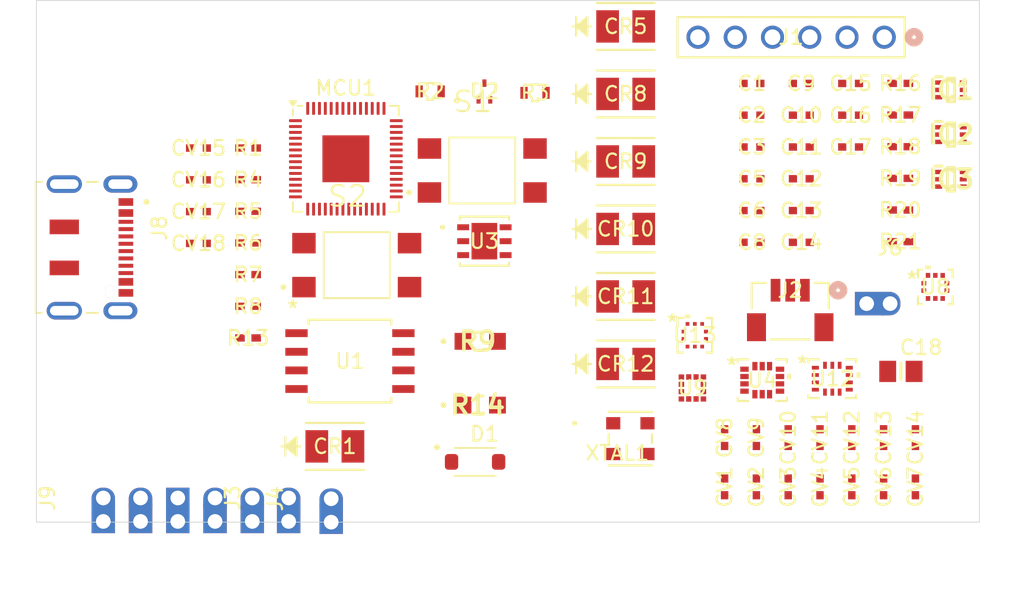
<source format=kicad_pcb>
(kicad_pcb (version 20240108) (generator "pcbnew") (generator_version "8.0")
  (layers (0 "F.Cu" signal) (1 "In1.Cu" signal) (2 "In2.Cu" signal) (31 "B.Cu" signal) (34 "B.Paste" user) (35 "F.Paste" user) (36 "B.SilkS" user "B.Silkscreen") (37 "F.SilkS" user "F.Silkscreen") (38 "B.Mask" user) (39 "F.Mask" user) (44 "Edge.Cuts" user))
  (net 0 "")
  (net 1 "/LED Driver")
  (net 2 "/RP2040 Standard/GP7{slash}UART1 RTS")
  (net 3 "/RP2040 Standard/GP5{slash}UART1 RX")
  (net 4 "/RP2040 Standard/GP4{slash}UART1 TX")
  (net 5 "/SPI0_SCK")
  (net 6 "/IMU1 RDY1")
  (net 7 "/RP2040 Standard/MCU QSPI_SD2")
  (net 8 "/RP2040 Standard/GP23{slash}PWM3 B{slash}CLKOUT 1")
  (net 9 "/SPI0_MISO")
  (net 10 "/SPI0_MOSI")
  (net 11 "/Comms UART RX")
  (net 12 "+3.3V")
  (net 13 "CRYSTAL")
  (net 14 "/IMU2 RDY")
  (net 15 "/Comms UART TX")
  (net 16 "GND")
  (net 17 "/BAR1 SPI0_~{CS}")
  (net 18 "/Comms UART CTS")
  (net 19 "/BAR1_RDY")
  (net 20 "Net-(MCU1-SWCLK)")
  (net 21 "/RP2040 Standard/MCU QSPI_SD0")
  (net 22 "/SPI1_SCK")
  (net 23 "/RP2040 Standard/GP20{slash}PWM2 A{slash}CLKIN 0")
  (net 24 "/SPI1_MOSI")
  (net 25 "/RP2040 Standard/MCU QSPI_SS")
  (net 26 "/RP2040 Standard/MCU QSPI_SD1")
  (net 27 "Net-(MCU1-VREG_VOUT)")
  (net 29 "/RP2040 Standard/MCU QSPI_SCLK")
  (net 30 "/VIN")
  (net 31 "/IMU1 SPI0_~{CS}")
  (net 32 "/RP2040 Standard/GP22{slash}PWM3 A{slash}CLKIN 1")
  (net 33 "/MAG SPI1_~{CS}")
  (net 34 "/IMU2 SPI1_~{CS}")
  (net 35 "/RP2040 Standard/MCU QSPI_SD3")
  (net 36 "Net-(MCU1-RUN)")
  (net 37 "Net-(MCU1-GPIO25)")
  (net 38 "/BAR2 RDY")
  (net 39 "/IMU1 RDY2")
  (net 40 "/BAR2 SPI1_~{CS}")
  (net 41 "Net-(MCU1-USB_DM)")
  (net 42 "Net-(MCU1-USB_DP)")
  (net 43 "/RP2040 Standard/GP28_ADC2")
  (net 44 "/SPI1_MISO")
  (net 45 "/RP2040 Standard/GP27_ADC1")
  (net 46 "/Comms UART RTS")
  (net 47 "Net-(MCU1-SWD)")
  (net 48 "/+5V")
  (net 49 "Net-(CR5-Pad1)")
  (net 50 "Net-(CR8-Pad1)")
  (net 51 "Net-(CR9-Pad1)")
  (net 52 "Net-(CR10-Pad1)")
  (net 53 "Net-(CR11-Pad1)")
  (net 54 "Net-(CR12-Pad1)")
  (net 55 "Net-(IC1-E1)")
  (net 56 "Net-(IC1-E2)")
  (net 57 "Net-(IC2-E2)")
  (net 58 "Net-(IC2-E1)")
  (net 59 "Net-(IC3-E2)")
  (net 60 "Net-(IC3-E1)")
  (net 61 "Net-(J2-Pad1)")
  (net 62 "Net-(J2-Pad3)")
  (net 66 "/RP2040 Standard/USB_DM")
  (net 67 "/RP2040 Standard/USB_DP")
  (net 69 "Net-(U9-C1)")
  (net 76 "Net-(XTAL1-TRI-STATE(STBY))")
  (net 77 "Net-(CR1-Pad2)")
  (net 78 "Net-(D1-PadA)")
  (net 80 "Net-(J8-CC1)")
  (net 82 "Net-(J8-CC2)")
  (net 89 "/RP2040 Standard/~{RST}")
  (net 90 "/RP2040 Standard/~{USB_BOOT}")
  (footprint "E-Switch_7mm:SW_TL3305CF160QG" (layer "F.Cu") (at 113.2 46.4)
    (property "Reference" "S1" (at -0.635 -4.699 0) (layer "F.SilkS") (effects (font (size 1.4 1.4))))
    (property "Value" "TL3305CF160QG")
    (pad "1" smd rect (at -3.6 1.5) (size 1.6 1.4) (layers "F.Cu" "F.Paste" "F.Mask"))
    (pad "2" smd rect (at 3.6 1.5) (size 1.6 1.4) (layers "F.Cu" "F.Paste" "F.Mask") (net 16 "GND"))
    (pad "3" smd rect (at -3.6 -1.5) (size 1.6 1.4) (layers "F.Cu" "F.Paste" "F.Mask"))
    (pad "4" smd rect (at 3.6 -1.5) (size 1.6 1.4) (layers "F.Cu" "F.Paste" "F.Mask") (net 89 "/RP2040 Standard/~{RST}"))
  )
  (footprint "Capacitor-0402:Capacitor_0402" (layer "F.Cu") (at 134.9553 51.3012)
    (property "Reference" "C14" (at 0 0 0) (layer "F.SilkS"))
    (property "Value" "100nF")
    (pad "1" smd rect (at -0.5715 0) (size 0.5588 0.508) (layers "F.Cu" "F.Paste" "F.Mask") (net 16 "GND"))
    (pad "2" smd rect (at 0.5715 0) (size 0.5588 0.508) (layers "F.Cu" "F.Paste" "F.Mask") (net 12 "+3.3V"))
  )
  (footprint "LED-Green_VLMC3100-GS08:LED_PLCC_VSMB" (layer "F.Cu") (at 122.9804 41.1752)
    (property "Reference" "CR8" (at 0 0 0) (layer "F.SilkS"))
    (property "Value" "VLMC3100-GS08")
    (pad "1" smd rect (at -1.2319 0 90) (size 2.2098 1.5494) (layers "F.Cu" "F.Paste" "F.Mask") (net 50 "Net-(CR8-Pad1)"))
    (pad "2" smd rect (at 1.2319 0 90) (size 2.2098 1.5494) (layers "F.Cu" "F.Paste" "F.Mask") (net 48 "/+5V"))
  )
  (footprint "Capacitor-0402:Capacitor_0402" (layer "F.Cu") (at 131.5931 49.1328)
    (property "Reference" "C6" (at 0 0 0) (layer "F.SilkS"))
    (property "Value" "100nF")
    (pad "1" smd rect (at -0.5715 0) (size 0.5588 0.508) (layers "F.Cu" "F.Paste" "F.Mask") (net 12 "+3.3V"))
    (pad "2" smd rect (at 0.5715 0) (size 0.5588 0.508) (layers "F.Cu" "F.Paste" "F.Mask") (net 16 "GND"))
  )
  (footprint "CONN Male Header:CONN_SD-42375-001_M320_06_MOL" (layer "F.Cu") (at 140.6122 37.305)
    (property "Reference" "J1" (at -6.35 0 0) (layer "F.SilkS"))
    (property "Value" "22285061")
    (pad "1" thru_hole circle (at 0 0) (size 1.5748 1.5748) (drill 1.0668) (layers "*.Cu" "*.Mask") (net 30 "/VIN"))
    (pad "2" thru_hole circle (at -2.54 0) (size 1.5748 1.5748) (drill 1.0668) (layers "*.Cu" "*.Mask") (net 15 "/Comms UART TX"))
    (pad "3" thru_hole circle (at -5.08 0) (size 1.5748 1.5748) (drill 1.0668) (layers "*.Cu" "*.Mask") (net 11 "/Comms UART RX"))
    (pad "4" thru_hole circle (at -7.62 0) (size 1.5748 1.5748) (drill 1.0668) (layers "*.Cu" "*.Mask") (net 18 "/Comms UART CTS"))
    (pad "5" thru_hole circle (at -10.16 0) (size 1.5748 1.5748) (drill 1.0668) (layers "*.Cu" "*.Mask") (net 46 "/Comms UART RTS"))
    (pad "6" thru_hole circle (at -12.7 0) (size 1.5748 1.5748) (drill 1.0668) (layers "*.Cu" "*.Mask") (net 16 "GND"))
  )
  (footprint "IMU ASM330LHHTR:LGA-14L_2P5X3X0P83_STM" (layer "F.Cu") (at 132.2916 60.7106)
    (property "Reference" "U4" (at 0 0 0) (layer "F.SilkS"))
    (property "Value" "ASM330LHHTR")
    (fp_text user "*" (at -2.0828 -1 0) (layer "F.SilkS"))
    (fp_text user "*" (at -2.0828 -1 0) (layer "F.SilkS"))
    (pad "1" smd rect (at -1.2103 -0.750001 90) (size 0.351536 0.57658) (layers "F.Cu" "F.Paste" "F.Mask") (net 44 "/SPI1_MISO"))
    (pad "2" smd rect (at -1.2103 -0.25 90) (size 0.351536 0.57658) (layers "F.Cu" "F.Paste" "F.Mask") (net 12 "+3.3V"))
    (pad "3" smd rect (at -1.2103 0.25 90) (size 0.351536 0.57658) (layers "F.Cu" "F.Paste" "F.Mask") (net 12 "+3.3V"))
    (pad "4" smd rect (at -1.2103 0.750001 90) (size 0.351536 0.57658) (layers "F.Cu" "F.Paste" "F.Mask"))
    (pad "5" smd rect (at -0.499999 0.9563) (size 0.351536 0.57658) (layers "F.Cu" "F.Paste" "F.Mask") (net 12 "+3.3V"))
    (pad "6" smd rect (at 0 0.9563) (size 0.351536 0.57658) (layers "F.Cu" "F.Paste" "F.Mask") (net 16 "GND"))
    (pad "7" smd rect (at 0.499999 0.9563) (size 0.351536 0.57658) (layers "F.Cu" "F.Paste" "F.Mask") (net 16 "GND"))
    (pad "8" smd rect (at 1.2103 0.750001 90) (size 0.351536 0.57658) (layers "F.Cu" "F.Paste" "F.Mask") (net 12 "+3.3V"))
    (pad "9" smd rect (at 1.2103 0.25 90) (size 0.351536 0.57658) (layers "F.Cu" "F.Paste" "F.Mask") (net 14 "/IMU2 RDY"))
    (pad "10" smd rect (at 1.2103 -0.25 90) (size 0.351536 0.57658) (layers "F.Cu" "F.Paste" "F.Mask"))
    (pad "11" smd rect (at 1.2103 -0.750001 90) (size 0.351536 0.57658) (layers "F.Cu" "F.Paste" "F.Mask"))
    (pad "12" smd rect (at 0.499999 -0.9563) (size 0.351536 0.57658) (layers "F.Cu" "F.Paste" "F.Mask") (net 34 "/IMU2 SPI1_~{CS}"))
    (pad "13" smd rect (at 0 -0.9563) (size 0.351536 0.57658) (layers "F.Cu" "F.Paste" "F.Mask") (net 22 "/SPI1_SCK"))
    (pad "14" smd rect (at -0.499999 -0.9563) (size 0.351536 0.57658) (layers "F.Cu" "F.Paste" "F.Mask") (net 24 "/SPI1_MOSI"))
  )
  (footprint "Resistor-0402:RES_0402" (layer "F.Cu") (at 141.702799 40.4552)
    (property "Reference" "R16" (at 0 0 0) (layer "F.SilkS"))
    (property "Value" "1k")
    (pad "1" smd rect (at -0.552799 0) (size 0.655599 0.499999) (layers "F.Cu" "F.Paste" "F.Mask") (net 60 "Net-(IC3-E1)"))
    (pad "2" smd rect (at 0.552799 0) (size 0.655599 0.499999) (layers "F.Cu" "F.Paste" "F.Mask") (net 49 "Net-(CR5-Pad1)"))
  )
  (footprint "Resistor-0603:RES_0603" (layer "F.Cu") (at 116.8 41.1)
    (property "Reference" "R3" (at 0 0 0) (layer "F.SilkS"))
    (property "Value" "27")
    (pad "1" smd rect (at -0.75 0) (size 0.5 0.8128) (layers "F.Cu" "F.Paste" "F.Mask") (net 66 "/RP2040 Standard/USB_DM"))
    (pad "2" smd rect (at 0.75 0) (size 0.5 0.8128) (layers "F.Cu" "F.Paste" "F.Mask") (net 41 "Net-(MCU1-USB_DM)"))
  )
  (footprint "Capacitor-0402:Capacitor_0402" (layer "F.Cu") (at 131.5931 44.796)
    (property "Reference" "C3" (at 0 0 0) (layer "F.SilkS"))
    (property "Value" "10nF")
    (pad "1" smd rect (at -0.5715 0) (size 0.5588 0.508) (layers "F.Cu" "F.Paste" "F.Mask") (net 69 "Net-(U9-C1)"))
    (pad "2" smd rect (at 0.5715 0) (size 0.5588 0.508) (layers "F.Cu" "F.Paste" "F.Mask") (net 16 "GND"))
  )
  (footprint "Resistor-0402:RES_0402" (layer "F.Cu") (at 97.232799 55.6672)
    (property "Reference" "R8" (at 0 0 0) (layer "F.SilkS"))
    (property "Value" "665")
    (pad "1" smd rect (at -0.552799 0) (size 0.655599 0.499999) (layers "F.Cu" "F.Paste" "F.Mask") (net 37 "Net-(MCU1-GPIO25)"))
    (pad "2" smd rect (at 0.552799 0) (size 0.655599 0.499999) (layers "F.Cu" "F.Paste" "F.Mask") (net 77 "Net-(CR1-Pad2)"))
  )
  (footprint "Resistor-0402:RES_0402" (layer "F.Cu") (at 97.232799 53.5068)
    (property "Reference" "R7" (at 0 0 0) (layer "F.SilkS"))
    (property "Value" "10k")
    (pad "1" smd rect (at -0.552799 0) (size 0.655599 0.499999) (layers "F.Cu" "F.Paste" "F.Mask") (net 76 "Net-(XTAL1-TRI-STATE(STBY))"))
    (pad "2" smd rect (at 0.552799 0) (size 0.655599 0.499999) (layers "F.Cu" "F.Paste" "F.Mask") (net 12 "+3.3V"))
  )
  (footprint "Package_DFN_QFN:QFN-56-1EP_7x7mm_P0.4mm_EP3.2x3.2mm" (layer "F.Cu") (at 103.9 45.6)
    (property "Reference" "MCU1" (at 0 -4.83 0) (layer "F.SilkS"))
    (property "Value" "RP2040")
    (pad "1" smd roundrect (at -3.4375 -2.6) (size 0.875 0.2) (layers "F.Cu" "F.Paste" "F.Mask") (net 12 "+3.3V"))
    (pad "2" smd roundrect (at -3.4375 -2.2) (size 0.875 0.2) (layers "F.Cu" "F.Paste" "F.Mask") (net 15 "/Comms UART TX"))
    (pad "3" smd roundrect (at -3.4375 -1.8) (size 0.875 0.2) (layers "F.Cu" "F.Paste" "F.Mask") (net 11 "/Comms UART RX"))
    (pad "4" smd roundrect (at -3.4375 -1.4) (size 0.875 0.2) (layers "F.Cu" "F.Paste" "F.Mask") (net 18 "/Comms UART CTS"))
    (pad "5" smd roundrect (at -3.4375 -1) (size 0.875 0.2) (layers "F.Cu" "F.Paste" "F.Mask") (net 46 "/Comms UART RTS"))
    (pad "6" smd roundrect (at -3.4375 -0.6) (size 0.875 0.2) (layers "F.Cu" "F.Paste" "F.Mask") (net 4 "/RP2040 Standard/GP4{slash}UART1 TX"))
    (pad "7" smd roundrect (at -3.4375 -0.2) (size 0.875 0.2) (layers "F.Cu" "F.Paste" "F.Mask") (net 3 "/RP2040 Standard/GP5{slash}UART1 RX"))
    (pad "8" smd roundrect (at -3.4375 0.2) (size 0.875 0.2) (layers "F.Cu" "F.Paste" "F.Mask") (net 38 "/BAR2 RDY"))
    (pad "9" smd roundrect (at -3.4375 0.6) (size 0.875 0.2) (layers "F.Cu" "F.Paste" "F.Mask") (net 2 "/RP2040 Standard/GP7{slash}UART1 RTS"))
    (pad "10" smd roundrect (at -3.4375 1) (size 0.875 0.2) (layers "F.Cu" "F.Paste" "F.Mask") (net 12 "+3.3V"))
    (pad "11" smd roundrect (at -3.4375 1.4) (size 0.875 0.2) (layers "F.Cu" "F.Paste" "F.Mask") (net 44 "/SPI1_MISO"))
    (pad "12" smd roundrect (at -3.4375 1.8) (size 0.875 0.2) (layers "F.Cu" "F.Paste" "F.Mask") (net 40 "/BAR2 SPI1_~{CS}"))
    (pad "13" smd roundrect (at -3.4375 2.2) (size 0.875 0.2) (layers "F.Cu" "F.Paste" "F.Mask") (net 22 "/SPI1_SCK"))
    (pad "14" smd roundrect (at -3.4375 2.6) (size 0.875 0.2) (layers "F.Cu" "F.Paste" "F.Mask") (net 24 "/SPI1_MOSI"))
    (pad "15" smd roundrect (at -2.6 3.4375) (size 0.2 0.875) (layers "F.Cu" "F.Paste" "F.Mask") (net 19 "/BAR1_RDY"))
    (pad "16" smd roundrect (at -2.2 3.4375) (size 0.2 0.875) (layers "F.Cu" "F.Paste" "F.Mask") (net 33 "/MAG SPI1_~{CS}"))
    (pad "17" smd roundrect (at -1.8 3.4375) (size 0.2 0.875) (layers "F.Cu" "F.Paste" "F.Mask") (net 39 "/IMU1 RDY2"))
    (pad "18" smd roundrect (at -1.4 3.4375) (size 0.2 0.875) (layers "F.Cu" "F.Paste" "F.Mask") (net 6 "/IMU1 RDY1"))
    (pad "19" smd roundrect (at -1 3.4375) (size 0.2 0.875) (layers "F.Cu" "F.Paste" "F.Mask") (net 16 "GND"))
    (pad "20" smd roundrect (at -0.6 3.4375) (size 0.2 0.875) (layers "F.Cu" "F.Paste" "F.Mask") (net 13 "CRYSTAL"))
    (pad "21" smd roundrect (at -0.2 3.4375) (size 0.2 0.875) (layers "F.Cu" "F.Paste" "F.Mask"))
    (pad "22" smd roundrect (at 0.2 3.4375) (size 0.2 0.875) (layers "F.Cu" "F.Paste" "F.Mask") (net 12 "+3.3V"))
    (pad "23" smd roundrect (at 0.6 3.4375) (size 0.2 0.875) (layers "F.Cu" "F.Paste" "F.Mask") (net 27 "Net-(MCU1-VREG_VOUT)"))
    (pad "24" smd roundrect (at 1 3.4375) (size 0.2 0.875) (layers "F.Cu" "F.Paste" "F.Mask") (net 20 "Net-(MCU1-SWCLK)"))
    (pad "25" smd roundrect (at 1.4 3.4375) (size 0.2 0.875) (layers "F.Cu" "F.Paste" "F.Mask") (net 47 "Net-(MCU1-SWD)"))
    (pad "26" smd roundrect (at 1.8 3.4375) (size 0.2 0.875) (layers "F.Cu" "F.Paste" "F.Mask") (net 36 "Net-(MCU1-RUN)"))
    (pad "27" smd roundrect (at 2.2 3.4375) (size 0.2 0.875) (layers "F.Cu" "F.Paste" "F.Mask") (net 9 "/SPI0_MISO"))
    (pad "28" smd roundrect (at 2.6 3.4375) (size 0.2 0.875) (layers "F.Cu" "F.Paste" "F.Mask") (net 31 "/IMU1 SPI0_~{CS}"))
    (pad "29" smd roundrect (at 3.4375 2.6) (size 0.875 0.2) (layers "F.Cu" "F.Paste" "F.Mask") (net 5 "/SPI0_SCK"))
    (pad "30" smd roundrect (at 3.4375 2.2) (size 0.875 0.2) (layers "F.Cu" "F.Paste" "F.Mask") (net 10 "/SPI0_MOSI"))
    (pad "31" smd roundrect (at 3.4375 1.8) (size 0.875 0.2) (layers "F.Cu" "F.Paste" "F.Mask") (net 23 "/RP2040 Standard/GP20{slash}PWM2 A{slash}CLKIN 0"))
    (pad "32" smd roundrect (at 3.4375 1.4) (size 0.875 0.2) (layers "F.Cu" "F.Paste" "F.Mask") (net 17 "/BAR1 SPI0_~{CS}"))
    (pad "33" smd roundrect (at 3.4375 1) (size 0.875 0.2) (layers "F.Cu" "F.Paste" "F.Mask") (net 12 "+3.3V"))
    (pad "34" smd roundrect (at 3.4375 0.6) (size 0.875 0.2) (layers "F.Cu" "F.Paste" "F.Mask") (net 32 "/RP2040 Standard/GP22{slash}PWM3 A{slash}CLKIN 1"))
    (pad "35" smd roundrect (at 3.4375 0.2) (size 0.875 0.2) (layers "F.Cu" "F.Paste" "F.Mask") (net 8 "/RP2040 Standard/GP23{slash}PWM3 B{slash}CLKOUT 1"))
    (pad "36" smd roundrect (at 3.4375 -0.2) (size 0.875 0.2) (layers "F.Cu" "F.Paste" "F.Mask") (net 1 "/LED Driver"))
    (pad "37" smd roundrect (at 3.4375 -0.6) (size 0.875 0.2) (layers "F.Cu" "F.Paste" "F.Mask") (net 37 "Net-(MCU1-GPIO25)"))
    (pad "38" smd roundrect (at 3.4375 -1) (size 0.875 0.2) (layers "F.Cu" "F.Paste" "F.Mask") (net 14 "/IMU2 RDY"))
    (pad "39" smd roundrect (at 3.4375 -1.4) (size 0.875 0.2) (layers "F.Cu" "F.Paste" "F.Mask") (net 45 "/RP2040 Standard/GP27_ADC1"))
    (pad "40" smd roundrect (at 3.4375 -1.8) (size 0.875 0.2) (layers "F.Cu" "F.Paste" "F.Mask") (net 43 "/RP2040 Standard/GP28_ADC2"))
    (pad "41" smd roundrect (at 3.4375 -2.2) (size 0.875 0.2) (layers "F.Cu" "F.Paste" "F.Mask") (net 34 "/IMU2 SPI1_~{CS}"))
    (pad "42" smd roundrect (at 3.4375 -2.6) (size 0.875 0.2) (layers "F.Cu" "F.Paste" "F.Mask") (net 12 "+3.3V"))
    (pad "43" smd roundrect (at 2.6 -3.4375) (size 0.2 0.875) (layers "F.Cu" "F.Paste" "F.Mask") (net 12 "+3.3V"))
    (pad "44" smd roundrect (at 2.2 -3.4375) (size 0.2 0.875) (layers "F.Cu" "F.Paste" "F.Mask") (net 12 "+3.3V"))
    (pad "45" smd roundrect (at 1.8 -3.4375) (size 0.2 0.875) (layers "F.Cu" "F.Paste" "F.Mask") (net 27 "Net-(MCU1-VREG_VOUT)"))
    (pad "46" smd roundrect (at 1.4 -3.4375) (size 0.2 0.875) (layers "F.Cu" "F.Paste" "F.Mask") (net 41 "Net-(MCU1-USB_DM)"))
    (pad "47" smd roundrect (at 1 -3.4375) (size 0.2 0.875) (layers "F.Cu" "F.Paste" "F.Mask") (net 42 "Net-(MCU1-USB_DP)"))
    (pad "48" smd roundrect (at 0.6 -3.4375) (size 0.2 0.875) (layers "F.Cu" "F.Paste" "F.Mask") (net 12 "+3.3V"))
    (pad "49" smd roundrect (at 0.2 -3.4375) (size 0.2 0.875) (layers "F.Cu" "F.Paste" "F.Mask") (net 12 "+3.3V"))
    (pad "50" smd roundrect (at -0.2 -3.4375) (size 0.2 0.875) (layers "F.Cu" "F.Paste" "F.Mask") (net 27 "Net-(MCU1-VREG_VOUT)"))
    (pad "51" smd roundrect (at -0.6 -3.4375) (size 0.2 0.875) (layers "F.Cu" "F.Paste" "F.Mask") (net 35 "/RP2040 Standard/MCU QSPI_SD3"))
    (pad "52" smd roundrect (at -1 -3.4375) (size 0.2 0.875) (layers "F.Cu" "F.Paste" "F.Mask") (net 29 "/RP2040 Standard/MCU QSPI_SCLK"))
    (pad "53" smd roundrect (at -1.4 -3.4375) (size 0.2 0.875) (layers "F.Cu" "F.Paste" "F.Mask") (net 21 "/RP2040 Standard/MCU QSPI_SD0"))
    (pad "54" smd roundrect (at -1.8 -3.4375) (size 0.2 0.875) (layers "F.Cu" "F.Paste" "F.Mask") (net 7 "/RP2040 Standard/MCU QSPI_SD2"))
    (pad "55" smd roundrect (at -2.2 -3.4375) (size 0.2 0.875) (layers "F.Cu" "F.Paste" "F.Mask") (net 26 "/RP2040 Standard/MCU QSPI_SD1"))
    (pad "56" smd roundrect (at -2.6 -3.4375) (size 0.2 0.875) (layers "F.Cu" "F.Paste" "F.Mask") (net 25 "/RP2040 Standard/MCU QSPI_SS"))
    (pad "57" smd rect (at 0 0) (size 3.2 3.2) (property pad_prop_heatsink) (layers "F.Cu" "F.Mask") (net 16 "GND"))
  )
  (footprint "ESD7L5-Diode:SOT-723_0P85X1P25_ONS" (layer "F.Cu") (at 113.3475 41.0107)
    (property "Reference" "U2" (at 0 0 0) (layer "F.SilkS"))
    (property "Value" "ESD7L5.0DT5G")
    (pad "1" smd rect (at -0.399999 0.5715) (size 0.2794 0.508) (layers "F.Cu" "F.Paste" "F.Mask") (net 66 "/RP2040 Standard/USB_DM"))
    (pad "2" smd rect (at 0.399999 0.5715) (size 0.2794 0.508) (layers "F.Cu" "F.Paste" "F.Mask") (net 67 "/RP2040 Standard/USB_DP"))
    (pad "3" smd rect (at 0 -0.5715) (size 0.2794 0.508) (layers "F.Cu" "F.Paste" "F.Mask") (net 16 "GND"))
  )
  (footprint "Capacitor-0402:Capacitor_0402" (layer "F.Cu") (at 138.3175 42.6276)
    (property "Reference" "C16" (at 0 0 0) (layer "F.SilkS"))
    (property "Value" "100nF")
    (pad "1" smd rect (at -0.5715 0) (size 0.5588 0.508) (layers "F.Cu" "F.Paste" "F.Mask") (net 12 "+3.3V"))
    (pad "2" smd rect (at 0.5715 0) (size 0.5588 0.508) (layers "F.Cu" "F.Paste" "F.Mask") (net 16 "GND"))
  )
  (footprint "Resistor-0402:RES_0402" (layer "F.Cu") (at 97.232799 57.8276)
    (property "Reference" "R13" (at 0 0 0) (layer "F.SilkS"))
    (property "Value" "1k")
    (pad "1" smd rect (at -0.552799 0) (size 0.655599 0.499999) (layers "F.Cu" "F.Paste" "F.Mask") (net 90 "/RP2040 Standard/~{USB_BOOT}"))
    (pad "2" smd rect (at 0.552799 0) (size 0.655599 0.499999) (layers "F.Cu" "F.Paste" "F.Mask") (net 25 "/RP2040 Standard/MCU QSPI_SS"))
  )
  (footprint "LED-Green_VLMC3100-GS08:LED_PLCC_VSMB" (layer "F.Cu") (at 122.9804 59.6024)
    (property "Reference" "CR12" (at 0 0 0) (layer "F.SilkS"))
    (property "Value" "VLMC3100-GS08")
    (pad "1" smd rect (at -1.2319 0 90) (size 2.2098 1.5494) (layers "F.Cu" "F.Paste" "F.Mask") (net 54 "Net-(CR12-Pad1)"))
    (pad "2" smd rect (at 1.2319 0 90) (size 2.2098 1.5494) (layers "F.Cu" "F.Paste" "F.Mask") (net 48 "/+5V"))
  )
  (footprint "Capacitor-0402:Capacitor_0402" (layer "F.Cu") (at 93.8475 44.8692)
    (property "Reference" "CV15" (at 0 0 0) (layer "F.SilkS"))
    (property "Value" "4.7uF")
    (pad "1" smd rect (at -0.5715 0) (size 0.5588 0.508) (layers "F.Cu" "F.Paste" "F.Mask") (net 16 "GND"))
    (pad "2" smd rect (at 0.5715 0) (size 0.5588 0.508) (layers "F.Cu" "F.Paste" "F.Mask") (net 30 "/VIN"))
  )
  (footprint "Capacitor-0402:Capacitor_0402" (layer "F.Cu") (at 93.8475 47.0376)
    (property "Reference" "CV16" (at 0 0 0) (layer "F.SilkS"))
    (property "Value" "4.7uF")
    (pad "1" smd rect (at -0.5715 0) (size 0.5588 0.508) (layers "F.Cu" "F.Paste" "F.Mask") (net 16 "GND"))
    (pad "2" smd rect (at 0.5715 0) (size 0.5588 0.508) (layers "F.Cu" "F.Paste" "F.Mask") (net 12 "+3.3V"))
  )
  (footprint "Resistor-0402:RES_0402" (layer "F.Cu") (at 97.232799 49.186)
    (property "Reference" "R5" (at 0 0 0) (layer "F.SilkS"))
    (property "Value" "100")
    (pad "1" smd rect (at -0.552799 0) (size 0.655599 0.499999) (layers "F.Cu" "F.Paste" "F.Mask") (net 62 "Net-(J2-Pad3)"))
    (pad "2" smd rect (at 0.552799 0) (size 0.655599 0.499999) (layers "F.Cu" "F.Paste" "F.Mask") (net 47 "Net-(MCU1-SWD)"))
  )
  (footprint "Diode-Schottky_PMEG2010ER:SODFL3517X110N" (layer "F.Cu") (at 112.712 66.285)
    (property "Reference" "D1" (at 0.63567 -1.90701 0) (layer "F.SilkS") (effects (font (size 1.001055 1.001055))))
    (property "Value" "PMEG2010ER")
    (pad "A" smd roundrect (at 1.605 0) (size 0.91 1.07) (layers "F.Cu" "F.Paste" "F.Mask") (net 78 "Net-(D1-PadA)"))
    (pad "C" smd roundrect (at -1.605 0) (size 0.91 1.07) (layers "F.Cu" "F.Paste" "F.Mask") (net 30 "/VIN"))
  )
  (footprint "Resistor-0402:RES_0402" (layer "F.Cu") (at 97.232799 47.0256)
    (property "Reference" "R4" (at 0 0 0) (layer "F.SilkS"))
    (property "Value" "100")
    (pad "1" smd rect (at -0.552799 0) (size 0.655599 0.499999) (layers "F.Cu" "F.Paste" "F.Mask") (net 61 "Net-(J2-Pad1)"))
    (pad "2" smd rect (at 0.552799 0) (size 0.655599 0.499999) (layers "F.Cu" "F.Paste" "F.Mask") (net 20 "Net-(MCU1-SWCLK)"))
  )
  (footprint "Resistor-0402:RES_0402" (layer "F.Cu") (at 97.232799 44.8652)
    (property "Reference" "R1" (at 0 0 0) (layer "F.SilkS"))
    (property "Value" "1k")
    (pad "1" smd rect (at -0.552799 0) (size 0.655599 0.499999) (layers "F.Cu" "F.Paste" "F.Mask") (net 12 "+3.3V"))
    (pad "2" smd rect (at 0.552799 0) (size 0.655599 0.499999) (layers "F.Cu" "F.Paste" "F.Mask") (net 36 "Net-(MCU1-RUN)"))
  )
  (footprint "2 PNP:SOTFL50P160X60-6N" (layer "F.Cu") (at 145.162 43.95)
    (property "Reference" "IC2" (at 0 0 0) (layer "F.SilkS") (effects (font (size 1.27 1.27) (thickness 0.254))))
    (property "Value" "NSVT30010MXV6T1G" (hide yes))
    (pad "1" smd rect (at -0.838 -0.5 90) (size 0.3 0.475) (layers "F.Cu" "F.Paste" "F.Mask") (net 57 "Net-(IC2-E2)"))
    (pad "2" smd rect (at -0.838 0 90) (size 0.3 0.475) (layers "F.Cu" "F.Paste" "F.Mask") (net 31 "/IMU1 SPI0_~{CS}"))
    (pad "3" smd rect (at -0.838 0.5 90) (size 0.3 0.475) (layers "F.Cu" "F.Paste" "F.Mask") (net 16 "GND"))
    (pad "4" smd rect (at 0.838 0.5 90) (size 0.3 0.475) (layers "F.Cu" "F.Paste" "F.Mask") (net 58 "Net-(IC2-E1)"))
    (pad "5" smd rect (at 0.838 0 90) (size 0.3 0.475) (layers "F.Cu" "F.Paste" "F.Mask") (net 17 "/BAR1 SPI0_~{CS}"))
    (pad "6" smd rect (at 0.838 -0.5 90) (size 0.3 0.475) (layers "F.Cu" "F.Paste" "F.Mask") (net 16 "GND"))
  )
  (footprint "SWD_Con:CONN_BM03B-SRSS-TBLFSN_JST" (layer "F.Cu") (at 134.2 56)
    (property "Reference" "J2" (at 0 -1.4284 0) (layer "F.SilkS"))
    (property "Value" "BM03B-SRSS-TBLFSN")
    (pad "1" smd rect (at 1.000001 -1.4284) (size 0.6604 1.5494) (layers "F.Cu" "F.Paste" "F.Mask") (net 61 "Net-(J2-Pad1)"))
    (pad "2" smd rect (at 0 -1.4284) (size 0.6604 1.5494) (layers "F.Cu" "F.Paste" "F.Mask") (net 16 "GND"))
    (pad "3" smd rect (at -1.000001 -1.4284) (size 0.6604 1.5494) (layers "F.Cu" "F.Paste" "F.Mask") (net 62 "Net-(J2-Pad3)"))
    (pad "4" smd rect (at -2.3 1.096599 90) (size 1.905 1.2954) (layers "F.Cu" "F.Paste" "F.Mask"))
    (pad "5" smd rect (at 2.3 1.096599 90) (size 1.905 1.2954) (layers "F.Cu" "F.Paste" "F.Mask"))
  )
  (footprint "Resistor-0402:RES_0402" (layer "F.Cu") (at 97.232799 51.3464)
    (property "Reference" "R6" (at 0 0 0) (layer "F.SilkS"))
    (property "Value" "1k")
    (pad "1" smd rect (at -0.552799 0) (size 0.655599 0.499999) (layers "F.Cu" "F.Paste" "F.Mask") (net 89 "/RP2040 Standard/~{RST}"))
    (pad "2" smd rect (at 0.552799 0) (size 0.655599 0.499999) (layers "F.Cu" "F.Paste" "F.Mask") (net 36 "Net-(MCU1-RUN)"))
  )
  (footprint "Capacitor-0402:Capacitor_0402" (layer "F.Cu") (at 131.8948 67.9907 90)
    (property "Reference" "CV2" (at 0 0 90) (layer "F.SilkS"))
    (property "Value" "100nF")
    (pad "1" smd rect (at -0.5715 0 90) (size 0.5588 0.508) (layers "F.Cu" "F.Paste" "F.Mask") (net 16 "GND"))
    (pad "2" smd rect (at 0.5715 0 90) (size 0.5588 0.508) (layers "F.Cu" "F.Paste" "F.Mask") (net 27 "Net-(MCU1-VREG_VOUT)"))
  )
  (footprint "E-Switch_7mm:SW_TL3305CF160QG" (layer "F.Cu") (at 104.642 52.86)
    (property "Reference" "S2" (at -0.635 -4.699 0) (layer "F.SilkS") (effects (font (size 1.4 1.4))))
    (property "Value" "TL3305CF160QG")
    (pad "1" smd rect (at -3.6 1.5) (size 1.6 1.4) (layers "F.Cu" "F.Paste" "F.Mask"))
    (pad "2" smd rect (at 3.6 1.5) (size 1.6 1.4) (layers "F.Cu" "F.Paste" "F.Mask") (net 16 "GND"))
    (pad "3" smd rect (at -3.6 -1.5) (size 1.6 1.4) (layers "F.Cu" "F.Paste" "F.Mask"))
    (pad "4" smd rect (at 3.6 -1.5) (size 1.6 1.4) (layers "F.Cu" "F.Paste" "F.Mask") (net 90 "/RP2040 Standard/~{USB_BOOT}"))
  )
  (footprint "Resistor-0402:RES_0402" (layer "F.Cu") (at 141.702799 49.0968)
    (property "Reference" "R20" (at 0 0 0) (layer "F.SilkS"))
    (property "Value" "1k")
    (pad "1" smd rect (at -0.552799 0) (size 0.655599 0.499999) (layers "F.Cu" "F.Paste" "F.Mask") (net 58 "Net-(IC2-E1)"))
    (pad "2" smd rect (at 0.552799 0) (size 0.655599 0.499999) (layers "F.Cu" "F.Paste" "F.Mask") (net 53 "Net-(CR11-Pad1)"))
  )
  (footprint "LED-Green_VLMC3100-GS08:LED_PLCC_VSMB" (layer "F.Cu") (at 122.9804 45.782)
    (property "Reference" "CR9" (at 0 0 0) (layer "F.SilkS"))
    (property "Value" "VLMC3100-GS08")
    (pad "1" smd rect (at -1.2319 0 90) (size 2.2098 1.5494) (layers "F.Cu" "F.Paste" "F.Mask") (net 51 "Net-(CR9-Pad1)"))
    (pad "2" smd rect (at 1.2319 0 90) (size 2.2098 1.5494) (layers "F.Cu" "F.Paste" "F.Mask") (net 48 "/+5V"))
  )
  (footprint "NOR Flash:SOIC_208MIL_WIN" (layer "F.Cu") (at 104.1791 59.4076)
    (property "Reference" "U1" (at 0 0 0) (layer "F.SilkS"))
    (property "Value" "W25Q128JVSIQ TR")
    (fp_text user "*" (at -3.8989 -3.5814 0) (layer "F.SilkS"))
    (fp_text user "*" (at -3.8989 -3.5814 0) (layer "F.SilkS"))
    (pad "1" smd rect (at -3.6449 -1.905) (size 1.524 0.5334) (layers "F.Cu" "F.Paste" "F.Mask") (net 25 "/RP2040 Standard/MCU QSPI_SS"))
    (pad "2" smd rect (at -3.6449 -0.635) (size 1.524 0.5334) (layers "F.Cu" "F.Paste" "F.Mask") (net 26 "/RP2040 Standard/MCU QSPI_SD1"))
    (pad "3" smd rect (at -3.6449 0.635) (size 1.524 0.5334) (layers "F.Cu" "F.Paste" "F.Mask") (net 7 "/RP2040 Standard/MCU QSPI_SD2"))
    (pad "4" smd rect (at -3.6449 1.905) (size 1.524 0.5334) (layers "F.Cu" "F.Paste" "F.Mask") (net 16 "GND"))
    (pad "5" smd rect (at 3.6449 1.905) (size 1.524 0.5334) (layers "F.Cu" "F.Paste" "F.Mask") (net 21 "/RP2040 Standard/MCU QSPI_SD0"))
    (pad "6" smd rect (at 3.6449 0.635) (size 1.524 0.5334) (layers "F.Cu" "F.Paste" "F.Mask") (net 29 "/RP2040 Standard/MCU QSPI_SCLK"))
    (pad "7" smd rect (at 3.6449 -0.635) (size 1.524 0.5334) (layers "F.Cu" "F.Paste" "F.Mask") (net 35 "/RP2040 Standard/MCU QSPI_SD3"))
    (pad "8" smd rect (at 3.6449 -1.905) (size 1.524 0.5334) (layers "F.Cu" "F.Paste" "F.Mask") (net 12 "+3.3V"))
  )
  (footprint "Capacitor-0402:Capacitor_0402" (layer "F.Cu") (at 142.7368 67.9907 90)
    (property "Reference" "CV7" (at 0 0 90) (layer "F.SilkS"))
    (property "Value" "100nF")
    (pad "1" smd rect (at -0.5715 0 90) (size 0.5588 0.508) (layers "F.Cu" "F.Paste" "F.Mask") (net 12 "+3.3V"))
    (pad "2" smd rect (at 0.5715 0 90) (size 0.5588 0.508) (layers "F.Cu" "F.Paste" "F.Mask") (net 16 "GND"))
  )
  (footprint "Capacitor-0402:Capacitor_0402" (layer "F.Cu") (at 142.7368 64.6285 90)
    (property "Reference" "CV14" (at 0 0 90) (layer "F.SilkS"))
    (property "Value" "100nF")
    (pad "1" smd rect (at -0.5715 0 90) (size 0.5588 0.508) (layers "F.Cu" "F.Paste" "F.Mask") (net 12 "+3.3V"))
    (pad "2" smd rect (at 0.5715 0 90) (size 0.5588 0.508) (layers "F.Cu" "F.Paste" "F.Mask") (net 16 "GND"))
  )
  (footprint "Capacitor-0402:Capacitor_0402" (layer "F.Cu") (at 134.0632 67.9907 90)
    (property "Reference" "CV3" (at 0 0 90) (layer "F.SilkS"))
    (property "Value" "1uF")
    (pad "1" smd rect (at -0.5715 0 90) (size 0.5588 0.508) (layers "F.Cu" "F.Paste" "F.Mask") (net 27 "Net-(MCU1-VREG_VOUT)"))
    (pad "2" smd rect (at 0.5715 0 90) (size 0.5588 0.508) (layers "F.Cu" "F.Paste" "F.Mask") (net 16 "GND"))
  )
  (footprint "Capacitor-0402:Capacitor_0402" (layer "F.Cu") (at 138.3175 40.4592)
    (property "Reference" "C15" (at 0 0 0) (layer "F.SilkS"))
    (property "Value" "100nF")
    (pad "1" smd rect (at -0.5715 0) (size 0.5588 0.508) (layers "F.Cu" "F.Paste" "F.Mask") (net 12 "+3.3V"))
    (pad "2" smd rect (at 0.5715 0) (size 0.5588 0.508) (layers "F.Cu" "F.Paste" "F.Mask") (net 16 "GND"))
  )
  (footprint "Resistor-0805:RES_0805" (layer "F.Cu") (at 113.062 62.41)
    (property "Reference" "R14" (at -0.175 0 0) (layer "F.SilkS") (effects (font (size 1.27 1.27) (thickness 0.254))))
    (property "Value" "5k1" (hide yes))
    (pad "1" smd rect (at -1.175 0) (size 1.15 1.15) (layers "F.Cu" "F.Paste" "F.Mask") (net 16 "GND"))
    (pad "2" smd rect (at 1.175 0) (size 1.15 1.15) (layers "F.Cu" "F.Paste" "F.Mask") (net 80 "Net-(J8-CC1)"))
  )
  (footprint "Capacitor-0402:Capacitor_0402" (layer "F.Cu") (at 131.5931 51.3012)
    (property "Reference" "C8" (at 0 0 0) (layer "F.SilkS"))
    (property "Value" "100nF")
    (pad "1" smd rect (at -0.5715 0) (size 0.5588 0.508) (layers "F.Cu" "F.Paste" "F.Mask") (net 16 "GND"))
    (pad "2" smd rect (at 0.5715 0) (size 0.5588 0.508) (layers "F.Cu" "F.Paste" "F.Mask") (net 12 "+3.3V"))
  )
  (footprint "Capacitor-0402:Capacitor_0402" (layer "F.Cu") (at 134.9553 49.1328)
    (property "Reference" "C13" (at 0 0 0) (layer "F.SilkS"))
    (property "Value" "100nF")
    (pad "1" smd rect (at -0.5715 0) (size 0.5588 0.508) (layers "F.Cu" "F.Paste" "F.Mask") (net 16 "GND"))
    (pad "2" smd rect (at 0.5715 0) (size 0.5588 0.508) (layers "F.Cu" "F.Paste" "F.Mask") (net 12 "+3.3V"))
  )
  (footprint "Resistor-0402:RES_0402" (layer "F.Cu") (at 141.702799 46.9364)
    (property "Reference" "R19" (at 0 0 0) (layer "F.SilkS"))
    (property "Value" "1k")
    (pad "1" smd rect (at -0.552799 0) (size 0.655599 0.499999) (layers "F.Cu" "F.Paste" "F.Mask") (net 56 "Net-(IC1-E2)"))
    (pad "2" smd rect (at 0.552799 0) (size 0.655599 0.499999) (layers "F.Cu" "F.Paste" "F.Mask") (net 52 "Net-(CR10-Pad1)"))
  )
  (footprint "Capacitor-0402:Capacitor_0402" (layer "F.Cu") (at 134.9553 40.4592)
    (property "Reference" "C9" (at 0 0 0) (layer "F.SilkS"))
    (property "Value" "100nF")
    (pad "1" smd rect (at -0.5715 0) (size 0.5588 0.508) (layers "F.Cu" "F.Paste" "F.Mask") (net 12 "+3.3V"))
    (pad "2" smd rect (at 0.5715 0) (size 0.5588 0.508) (layers "F.Cu" "F.Paste" "F.Mask") (net 16 "GND"))
  )
  (footprint "Capacitor-0402:Capacitor_0402" (layer "F.Cu") (at 131.5931 46.9644)
    (property "Reference" "C5" (at 0 0 0) (layer "F.SilkS"))
    (property "Value" "100nF")
    (pad "1" smd rect (at -0.5715 0) (size 0.5588 0.508) (layers "F.Cu" "F.Paste" "F.Mask") (net 69 "Net-(U9-C1)"))
    (pad "2" smd rect (at 0.5715 0) (size 0.5588 0.508) (layers "F.Cu" "F.Paste" "F.Mask") (net 16 "GND"))
  )
  (footprint "2 PNP:SOTFL50P160X60-6N" (layer "F.Cu") (at 145.162 47)
    (property "Reference" "IC3" (at 0 0 0) (layer "F.SilkS") (effects (font (size 1.27 1.27) (thickness 0.254))))
    (property "Value" "NSVT30010MXV6T1G" (hide yes))
    (pad "1" smd rect (at -0.838 -0.5 90) (size 0.3 0.475) (layers "F.Cu" "F.Paste" "F.Mask") (net 59 "Net-(IC3-E2)"))
    (pad "2" smd rect (at -0.838 0 90) (size 0.3 0.475) (layers "F.Cu" "F.Paste" "F.Mask") (net 33 "/MAG SPI1_~{CS}"))
    (pad "3" smd rect (at -0.838 0.5 90) (size 0.3 0.475) (layers "F.Cu" "F.Paste" "F.Mask") (net 16 "GND"))
    (pad "4" smd rect (at 0.838 0.5 90) (size 0.3 0.475) (layers "F.Cu" "F.Paste" "F.Mask") (net 60 "Net-(IC3-E1)"))
    (pad "5" smd rect (at 0.838 0 90) (size 0.3 0.475) (layers "F.Cu" "F.Paste" "F.Mask") (net 40 "/BAR2 SPI1_~{CS}"))
    (pad "6" smd rect (at 0.838 -0.5 90) (size 0.3 0.475) (layers "F.Cu" "F.Paste" "F.Mask") (net 16 "GND"))
  )
  (footprint "2 PNP:SOTFL50P160X60-6N" (layer "F.Cu") (at 145.162 40.9)
    (property "Reference" "IC1" (at 0 0 0) (layer "F.SilkS") (effects (font (size 1.27 1.27) (thickness 0.254))))
    (property "Value" "NSVT30010MXV6T1G" (hide yes))
    (pad "1" smd rect (at -0.838 -0.5 90) (size 0.3 0.475) (layers "F.Cu" "F.Paste" "F.Mask") (net 56 "Net-(IC1-E2)"))
    (pad "2" smd rect (at -0.838 0 90) (size 0.3 0.475) (layers "F.Cu" "F.Paste" "F.Mask") (net 34 "/IMU2 SPI1_~{CS}"))
    (pad "3" smd rect (at -0.838 0.5 90) (size 0.3 0.475) (layers "F.Cu" "F.Paste" "F.Mask") (net 16 "GND"))
    (pad "4" smd rect (at 0.838 0.5 90) (size 0.3 0.475) (layers "F.Cu" "F.Paste" "F.Mask") (net 55 "Net-(IC1-E1)"))
    (pad "5" smd rect (at 0.838 0 90) (size 0.3 0.475) (layers "F.Cu" "F.Paste" "F.Mask") (net 1 "/LED Driver"))
    (pad "6" smd rect (at 0.838 -0.5 90) (size 0.3 0.475) (layers "F.Cu" "F.Paste" "F.Mask") (net 16 "GND"))
  )
  (footprint "Capacitor-0402:Capacitor_0402" (layer "F.Cu") (at 131.8948 64.6285 90)
    (property "Reference" "CV9" (at 0 0 90) (layer "F.SilkS"))
    (property "Value" "100nF")
    (pad "1" smd rect (at -0.5715 0 90) (size 0.5588 0.508) (layers "F.Cu" "F.Paste" "F.Mask") (net 12 "+3.3V"))
    (pad "2" smd rect (at 0.5715 0 90) (size 0.5588 0.508) (layers "F.Cu" "F.Paste" "F.Mask") (net 16 "GND"))
  )
  (footprint "LED-Green_VLMC3100-GS08:LED_PLCC_VSMB" (layer "F.Cu") (at 122.9804 54.9956)
    (property "Reference" "CR11" (at 0 0 0) (layer "F.SilkS"))
    (property "Value" "VLMC3100-GS08")
    (pad "1" smd rect (at -1.2319 0 90) (size 2.2098 1.5494) (layers "F.Cu" "F.Paste" "F.Mask") (net 53 "Net-(CR11-Pad1)"))
    (pad "2" smd rect (at 1.2319 0 90) (size 2.2098 1.5494) (layers "F.Cu" "F.Paste" "F.Mask") (net 48 "/+5V"))
  )
  (footprint "Capacitor-0402:Capacitor_0402" (layer "F.Cu") (at 138.3175 44.796)
    (property "Reference" "C17" (at 0 0 0) (layer "F.SilkS"))
    (property "Value" "100nF")
    (pad "1" smd rect (at -0.5715 0) (size 0.5588 0.508) (layers "F.Cu" "F.Paste" "F.Mask") (net 12 "+3.3V"))
    (pad "2" smd rect (at 0.5715 0) (size 0.5588 0.508) (layers "F.Cu" "F.Paste" "F.Mask") (net 16 "GND"))
  )
  (footprint "Capacitor-0402:Capacitor_0402" (layer "F.Cu") (at 134.9553 44.796)
    (property "Reference" "C11" (at 0 0 0) (layer "F.SilkS"))
    (property "Value" "100nF")
    (pad "1" smd rect (at -0.5715 0) (size 0.5588 0.508) (layers "F.Cu" "F.Paste" "F.Mask") (net 12 "+3.3V"))
    (pad "2" smd rect (at 0.5715 0) (size 0.5588 0.508) (layers "F.Cu" "F.Paste" "F.Mask") (net 16 "GND"))
  )
  (footprint "Capacitor-0402:Capacitor_0402" (layer "F.Cu") (at 138.4 67.9907 90)
    (property "Reference" "CV5" (at 0 0 90) (layer "F.SilkS"))
    (property "Value" "100nF")
    (pad "1" smd rect (at -0.5715 0 90) (size 0.5588 0.508) (layers "F.Cu" "F.Paste" "F.Mask") (net 12 "+3.3V"))
    (pad "2" smd rect (at 0.5715 0 90) (size 0.5588 0.508) (layers "F.Cu" "F.Paste" "F.Mask") (net 16 "GND"))
  )
  (footprint "Capacitor-0402:Capacitor_0402" (layer "F.Cu") (at 136.2316 67.9907 90)
    (property "Reference" "CV4" (at 0 0 90) (layer "F.SilkS"))
    (property "Value" "100nF")
    (pad "1" smd rect (at -0.5715 0 90) (size 0.5588 0.508) (layers "F.Cu" "F.Paste" "F.Mask") (net 16 "GND"))
    (pad "2" smd rect (at 0.5715 0 90) (size 0.5588 0.508) (layers "F.Cu" "F.Paste" "F.Mask") (net 27 "Net-(MCU1-VREG_VOUT)"))
  )
  (footprint "Capacitor-0805:Capacitor_0805" (layer "F.Cu") (at 141.747 60.11)
    (property "Reference" "C18" (at 1.375 -1.635 0) (layer "F.SilkS"))
    (property "Value" "10uF")
    (pad "1" smd rect (at -0.9 0) (size 1.15 1.45) (layers "F.Cu" "F.Paste" "F.Mask") (net 12 "+3.3V"))
    (pad "2" smd rect (at 0.9 0) (size 1.15 1.45) (layers "F.Cu" "F.Paste" "F.Mask") (net 16 "GND"))
  )
  (footprint "Pico_Conn1x1:Pico_01pin" (layer "F.Cu") (at 141.0126 55.485)
    (property "Reference" "J6" (at 0 -3.81 0) (layer "F.SilkS"))
    (property "Value" "Conn_01x01_Socket")
    (pad "1" thru_hole rect (at -1.6002 0) (size 2 1.6) (drill 1 (offset 0.2 0)) (layers "*.Cu" "*.Mask") (net 4 "/RP2040 Standard/GP4{slash}UART1 TX"))
    (pad "1" thru_hole roundrect (at 0 0) (size 2 1.6) (drill 1 (offset -0.3 0)) (layers "*.Cu" "*.Mask") (roundrect_rratio 0.45) (net 4 "/RP2040 Standard/GP4{slash}UART1 TX"))
  )
  (footprint "Capacitor-0402:Capacitor_0402" (layer "F.Cu") (at 134.0632 64.6285 90)
    (property "Reference" "CV10" (at 0 0 90) (layer "F.SilkS"))
    (property "Value" "100nF")
    (pad "1" smd rect (at -0.5715 0 90) (size 0.5588 0.508) (layers "F.Cu" "F.Paste" "F.Mask") (net 12 "+3.3V"))
    (pad "2" smd rect (at 0.5715 0 90) (size 0.5588 0.508) (layers "F.Cu" "F.Paste" "F.Mask") (net 16 "GND"))
  )
  (footprint "Resistor-0402:RES_0402" (layer "F.Cu") (at 141.702799 42.6156)
    (property "Reference" "R17" (at 0 0 0) (layer "F.SilkS"))
    (property "Value" "1k")
    (pad "1" smd rect (at -0.552799 0) (size 0.655599 0.499999) (layers "F.Cu" "F.Paste" "F.Mask") (net 59 "Net-(IC3-E2)"))
    (pad "2" smd rect (at 0.552799 0) (size 0.655599 0.499999) (layers "F.Cu" "F.Paste" "F.Mask") (net 50 "Net-(CR8-Pad1)"))
  )
  (footprint "LDO ST1L05A:DFN_5APU33R_STM" (layer "F.Cu") (at 113.3448 51.2246)
    (property "Reference" "U3" (at 0 0 0) (layer "F.SilkS"))
    (property "Value" "ST1L05APU33R")
    (pad "1" smd rect (at -1.4478 -0.950001) (size 0.8128 0.4064) (layers "F.Cu" "F.Paste" "F.Mask"))
    (pad "2" smd rect (at -1.4478 0) (size 0.8128 0.4064) (layers "F.Cu" "F.Paste" "F.Mask") (net 12 "+3.3V"))
    (pad "3" smd rect (at -1.4478 0.950001) (size 0.8128 0.4064) (layers "F.Cu" "F.Paste" "F.Mask") (net 30 "/VIN"))
    (pad "4" smd rect (at 1.4478 0.950001) (size 0.8128 0.4064) (layers "F.Cu" "F.Paste" "F.Mask"))
    (pad "5" smd rect (at 1.4478 0) (size 0.8128 0.4064) (layers "F.Cu" "F.Paste" "F.Mask"))
    (pad "6" smd rect (at 1.4478 -0.950001) (size 0.8128 0.4064) (layers "F.Cu" "F.Paste" "F.Mask") (net 16 "GND"))
    (pad "7" smd rect (at 0 0) (size 1.7526 2.4892) (layers "F.Cu" "F.Paste" "F.Mask") (net 16 "GND"))
  )
  (footprint "LED-Green_VLMC3100-GS08:LED_PLCC_VSMB" (layer "F.Cu") (at 122.9804 36.5684)
    (property "Reference" "CR5" (at 0 0 0) (layer "F.SilkS"))
    (property "Value" "VLMC3100-GS08")
    (pad "1" smd rect (at -1.2319 0 90) (size 2.2098 1.5494) (layers "F.Cu" "F.Paste" "F.Mask") (net 49 "Net-(CR5-Pad1)"))
    (pad "2" smd rect (at 1.2319 0 90) (size 2.2098 1.5494) (layers "F.Cu" "F.Paste" "F.Mask") (net 48 "/+5V"))
  )
  (footprint "Capacitor-0402:Capacitor_0402" (layer "F.Cu") (at 131.5931 40.4592)
    (property "Reference" "C1" (at 0 0 0) (layer "F.SilkS"))
    (property "Value" "100nF")
    (pad "1" smd rect (at -0.5715 0) (size 0.5588 0.508) (layers "F.Cu" "F.Paste" "F.Mask") (net 69 "Net-(U9-C1)"))
    (pad "2" smd rect (at 0.5715 0) (size 0.5588 0.508) (layers "F.Cu" "F.Paste" "F.Mask") (net 16 "GND"))
  )
  (footprint "Capacitor-0402:Capacitor_0402" (layer "F.Cu") (at 129.7264 64.6285 90)
    (property "Reference" "CV8" (at 0 0 90) (layer "F.SilkS"))
    (property "Value" "100nF")
    (pad "1" smd rect (at -0.5715 0 90) (size 0.5588 0.508) (layers "F.Cu" "F.Paste" "F.Mask") (net 12 "+3.3V"))
    (pad "2" smd rect (at 0.5715 0 90) (size 0.5588 0.508) (layers "F.Cu" "F.Paste" "F.Mask") (net 16 "GND"))
  )
  (footprint "Capacitor-0402:Capacitor_0402" (layer "F.Cu") (at 140.5684 64.6285 90)
    (property "Reference" "CV13" (at 0 0 90) (layer "F.SilkS"))
    (property "Value" "1uF")
    (pad "1" smd rect (at -0.5715 0 90) (size 0.5588 0.508) (layers "F.Cu" "F.Paste" "F.Mask") (net 12 "+3.3V"))
    (pad "2" smd rect (at 0.5715 0 90) (size 0.5588 0.508) (layers "F.Cu" "F.Paste" "F.Mask") (net 16 "GND"))
  )
  (footprint "Resistor-0603:RES_0603" (layer "F.Cu") (at 109.65 41)
    (property "Reference" "R2" (at 0 0 0) (layer "F.SilkS"))
    (property "Value" "27")
    (pad "1" smd rect (at -0.75 0) (size 0.5 0.8128) (layers "F.Cu" "F.Paste" "F.Mask") (net 67 "/RP2040 Standard/USB_DP"))
    (pad "2" smd rect (at 0.75 0) (size 0.5 0.8128) (layers "F.Cu" "F.Paste" "F.Mask") (net 42 "Net-(MCU1-USB_DP)"))
  )
  (footprint "Capacitor-0402:Capacitor_0402" (layer "F.Cu") (at 138.4 64.6285 90)
    (property "Reference" "CV12" (at 0 0 90) (layer "F.SilkS"))
    (property "Value" "100nF")
    (pad "1" smd rect (at -0.5715 0 90) (size 0.5588 0.508) (layers "F.Cu" "F.Paste" "F.Mask") (net 12 "+3.3V"))
    (pad "2" smd rect (at 0.5715 0 90) (size 0.5588 0.508) (layers "F.Cu" "F.Paste" "F.Mask") (net 16 "GND"))
  )
  (footprint "Capacitor-0402:Capacitor_0402" (layer "F.Cu") (at 93.8475 49.206)
    (property "Reference" "CV17" (at 0 0 0) (layer "F.SilkS"))
    (property "Value" "1uF")
    (pad "1" smd rect (at -0.5715 0) (size 0.5588 0.508) (layers "F.Cu" "F.Paste" "F.Mask") (net 16 "GND"))
    (pad "2" smd rect (at 0.5715 0) (size 0.5588 0.508) (layers "F.Cu" "F.Paste" "F.Mask") (net 30 "/VIN"))
  )
  (footprint "Pico_Conn1x1:Pico_01pin" (layer "F.Cu") (at 102.9 68.7998 90)
    (property "Reference" "J4" (at 0 -3.81 90) (layer "F.SilkS"))
    (property "Value" "Conn_01x01_Socket")
    (pad "1" thru_hole rect (at -1.6002 0 90) (size 2 1.6) (drill 1 (offset 0.2 0)) (layers "*.Cu" "*.Mask") (net 3 "/RP2040 Standard/GP5{slash}UART1 RX"))
    (pad "1" thru_hole roundrect (at 0 0 90) (size 2 1.6) (drill 1 (offset -0.3 0)) (layers "*.Cu" "*.Mask") (roundrect_rratio 0.45) (net 3 "/RP2040 Standard/GP5{slash}UART1 RX"))
  )
  (footprint "LED-Green_VLMC3100-GS08:LED_PLCC_VSMB" (layer "F.Cu") (at 122.9804 50.3888)
    (property "Reference" "CR10" (at 0 0 0) (layer "F.SilkS"))
    (property "Value" "VLMC3100-GS08")
    (pad "1" smd rect (at -1.2319 0 90) (size 2.2098 1.5494) (layers "F.Cu" "F.Paste" "F.Mask") (net 52 "Net-(CR10-Pad1)"))
    (pad "2" smd rect (at 1.2319 0 90) (size 2.2098 1.5494) (layers "F.Cu" "F.Paste" "F.Mask") (net 48 "/+5V"))
  )
  (footprint "Pico_Conn1x05:Pico_05pin" (layer "F.Cu") (at 87.36 68.7497 90)
    (property "Reference" "J9" (at 0 -3.81 90) (layer "F.SilkS"))
    (property "Value" "Conn_01x05_Socket")
    (pad "1" thru_hole rect (at -1.6002 0 90) (size 2 1.6) (drill 1 (offset 0.2 0)) (layers "*.Cu" "*.Mask") (net 23 "/RP2040 Standard/GP20{slash}PWM2 A{slash}CLKIN 0"))
    (pad "1" thru_hole roundrect (at 0 0 90) (size 2 1.6) (drill 1 (offset -0.3 0)) (layers "*.Cu" "*.Mask") (roundrect_rratio 0.45) (net 23 "/RP2040 Standard/GP20{slash}PWM2 A{slash}CLKIN 0"))
    (pad "2" thru_hole rect (at -1.6002 2.54 90) (size 2 1.6) (drill 1 (offset 0.2 0)) (layers "*.Cu" "*.Mask") (net 32 "/RP2040 Standard/GP22{slash}PWM3 A{slash}CLKIN 1"))
    (pad "2" thru_hole roundrect (at 0 2.54 90) (size 2 1.6) (drill 1 (offset -0.3 0)) (layers "*.Cu" "*.Mask") (roundrect_rratio 0.45) (net 32 "/RP2040 Standard/GP22{slash}PWM3 A{slash}CLKIN 1"))
    (pad "3" thru_hole rect (at -1.6002 5.08 90) (size 2 1.6) (drill 1 (offset 0.2 0)) (layers "*.Cu" "*.Mask") (net 45 "/RP2040 Standard/GP27_ADC1"))
    (pad "3" thru_hole rect (at 0 5.08 90) (size 2 1.6) (drill 1 (offset -0.3 0)) (layers "*.Cu" "*.Mask") (net 45 "/RP2040 Standard/GP27_ADC1"))
    (pad "4" thru_hole rect (at -1.6002 7.62 90) (size 2 1.6) (drill 1 (offset 0.2 0)) (layers "*.Cu" "*.Mask") (net 43 "/RP2040 Standard/GP28_ADC2"))
    (pad "4" thru_hole roundrect (at 0 7.62 90) (size 2 1.6) (drill 1 (offset -0.3 0)) (layers "*.Cu" "*.Mask") (roundrect_rratio 0.45) (net 43 "/RP2040 Standard/GP28_ADC2"))
    (pad "5" thru_hole rect (at -1.6002 10.16 90) (size 2 1.6) (drill 1 (offset 0.2 0)) (layers "*.Cu" "*.Mask") (net 8 "/RP2040 Standard/GP23{slash}PWM3 B{slash}CLKOUT 1"))
    (pad "5" thru_hole roundrect (at 0 10.16 90) (size 2 1.6) (drill 1 (offset -0.3 0)) (layers "*.Cu" "*.Mask") (roundrect_rratio 0.45) (net 8 "/RP2040 Standard/GP23{slash}PWM3 B{slash}CLKOUT 1"))
  )
  (footprint "Capacitor-0402:Capacitor_0402" (layer "F.Cu") (at 134.9553 46.9644)
    (property "Reference" "C12" (at 0 0 0) (layer "F.SilkS"))
    (property "Value" "100nF")
    (pad "1" smd rect (at -0.5715 0) (size 0.5588 0.508) (layers "F.Cu" "F.Paste" "F.Mask") (net 12 "+3.3V"))
    (pad "2" smd rect (at 0.5715 0) (size 0.5588 0.508) (layers "F.Cu" "F.Paste" "F.Mask") (net 16 "GND"))
  )
  (footprint "Capacitor-0402:Capacitor_0402" (layer "F.Cu") (at 140.5684 67.9907 90)
    (property "Reference" "CV6" (at 0 0 90) (layer "F.SilkS"))
    (property "Value" "1uF")
    (pad "1" smd rect (at -0.5715 0 90) (size 0.5588 0.508) (layers "F.Cu" "F.Paste" "F.Mask") (net 12 "+3.3V"))
    (pad "2" smd rect (at 0.5715 0 90) (size 0.5588 0.508) (layers "F.Cu" "F.Paste" "F.Mask") (net 16 "GND"))
  )
  (footprint "Capacitor-0402:Capacitor_0402" (layer "F.Cu") (at 134.9553 42.6276)
    (property "Reference" "C10" (at 0 0 0) (layer "F.SilkS"))
    (property "Value" "100nF")
    (pad "1" smd rect (at -0.5715 0) (size 0.5588 0.508) (layers "F.Cu" "F.Paste" "F.Mask") (net 12 "+3.3V"))
    (pad "2" smd rect (at 0.5715 0) (size 0.5588 0.508) (layers "F.Cu" "F.Paste" "F.Mask") (net 16 "GND"))
  )
  (footprint "BARO BMP581:QFN10_BMP581_BOS" (layer "F.Cu") (at 127.6963 57.643001)
    (property "Reference" "U13" (at 0 0 0) (layer "F.SilkS"))
    (property "Value" "BMP581")
    (fp_text user "*" (at -1.535 -0.881 0) (layer "F.SilkS"))
    (fp_text user "*" (at -1.535 -0.881 0) (layer "F.SilkS"))
    (pad "1" smd rect (at -0.760301 -0.25 90) (size 0.254 0.2794) (layers "F.Cu" "F.Paste" "F.Mask") (net 12 "+3.3V"))
    (pad "2" smd rect (at -0.760301 0.25 90) (size 0.254 0.2794) (layers "F.Cu" "F.Paste" "F.Mask") (net 22 "/SPI1_SCK"))
    (pad "3" smd rect (at -0.499999 0.773001) (size 0.254 0.254) (layers "F.Cu" "F.Paste" "F.Mask") (net 16 "GND"))
    (pad "4" smd rect (at 0 0.773001) (size 0.254 0.254) (layers "F.Cu" "F.Paste" "F.Mask") (net 24 "/SPI1_MOSI"))
    (pad "5" smd rect (at 0.499999 0.773001) (size 0.254 0.254) (layers "F.Cu" "F.Paste" "F.Mask") (net 44 "/SPI1_MISO"))
    (pad "6" smd rect (at 0.760301 0.25 90) (size 0.254 0.2794) (layers "F.Cu" "F.Paste" "F.Mask") (net 40 "/BAR2 SPI1_~{CS}"))
    (pad "7" smd rect (at 0.760301 -0.25 90) (size 0.254 0.2794) (layers "F.Cu" "F.Paste" "F.Mask") (net 38 "/BAR2 RDY"))
    (pad "8" smd rect (at 0.499999 -0.773001) (size 0.254 0.254) (layers "F.Cu" "F.Paste" "F.Mask") (net 16 "GND"))
    (pad "9" smd rect (at 0 -0.773001) (size 0.254 0.254) (layers "F.Cu" "F.Paste" "F.Mask") (net 16 "GND"))
    (pad "10" smd rect (at -0.499999 -0.773001) (size 0.254 0.254) (layers "F.Cu" "F.Paste" "F.Mask") (net 12 "+3.3V"))
  )
  (footprint "LED-Green_VLMC3100-GS08:LED_PLCC_VSMB" (layer "F.Cu") (at 103.1504 65.2284)
    (property "Reference" "CR1" (at 0 0 0) (layer "F.SilkS"))
    (property "Value" "VLMC3100-GS08")
    (pad "1" smd rect (at -1.2319 0 90) (size 2.2098 1.5494) (layers "F.Cu" "F.Paste" "F.Mask") (net 16 "GND"))
    (pad "2" smd rect (at 1.2319 0 90) (size 2.2098 1.5494) (layers "F.Cu" "F.Paste" "F.Mask") (net 77 "Net-(CR1-Pad2)"))
  )
  (footprint "Resistor-0402:RES_0402" (layer "F.Cu") (at 141.702799 51.2572)
    (property "Reference" "R21" (at 0 0 0) (layer "F.SilkS"))
    (property "Value" "1k")
    (pad "1" smd rect (at -0.552799 0) (size 0.655599 0.499999) (layers "F.Cu" "F.Paste" "F.Mask") (net 57 "Net-(IC2-E2)"))
    (pad "2" smd rect (at 0.552799 0) (size 0.655599 0.499999) (layers "F.Cu" "F.Paste" "F.Mask") (net 54 "Net-(CR12-Pad1)"))
  )
  (footprint "AS12MHz:ASE-3.2X2.5_ABR" (layer "F.Cu") (at 123.3 64.7)
    (property "Reference" "XTAL1" (at -0.8916 0.983 0) (layer "F.SilkS"))
    (property "Value" "ASE-12.000MHZ-LC-T")
    (pad "1" smd rect (at -1.1684 -1.05) (size 0.9652 0.8382) (layers "F.Cu" "F.Paste" "F.Mask") (net 76 "Net-(XTAL1-TRI-STATE(STBY))"))
    (pad "2" smd rect (at -1.1684 1.05) (size 0.9652 0.8382) (layers "F.Cu" "F.Paste" "F.Mask") (net 16 "GND"))
    (pad "3" smd rect (at 1.1684 1.05) (size 0.9652 0.8382) (layers "F.Cu" "F.Paste" "F.Mask") (net 13 "CRYSTAL"))
    (pad "4" smd rect (at 1.1684 -1.05) (size 0.9652 0.8382) (layers "F.Cu" "F.Paste" "F.Mask") (net 12 "+3.3V"))
  )
  (footprint "IMU BMI323:BMI323_BOS" (layer "F.Cu") (at 137.0708 60.609)
    (property "Reference" "U12" (at 0 0 0) (layer "F.SilkS"))
    (property "Value" "BMI323")
    (fp_text user "*" (at -2.032 -1 0) (layer "F.SilkS"))
    (fp_text user "*" (at -2.032 -1 0) (layer "F.SilkS"))
    (pad "1" smd rect (at -1.1557 -0.750001 90) (size 0.254 0.4826) (layers "F.Cu" "F.Paste" "F.Mask") (net 9 "/SPI0_MISO"))
    (pad "2" smd rect (at -1.1557 -0.25 90) (size 0.254 0.4826) (layers "F.Cu" "F.Paste" "F.Mask"))
    (pad "3" smd rect (at -1.1557 0.25 90) (size 0.254 0.4826) (layers "F.Cu" "F.Paste" "F.Mask"))
    (pad "4" smd rect (at -1.1557 0.750001 90) (size 0.254 0.4826) (layers "F.Cu" "F.Paste" "F.Mask") (net 6 "/IMU1 RDY1"))
    (pad "5" smd rect (at -0.499999 0.9144) (size 0.254 0.4826) (layers "F.Cu" "F.Paste" "F.Mask") (net 12 "+3.3V"))
    (pad "6" smd rect (at 0 0.9144) (size 0.254 0.4826) (layers "F.Cu" "F.Paste" "F.Mask") (net 16 "GND"))
    (pad "7" smd rect (at 0.499999 0.9144) (size 0.254 0.4826) (layers "F.Cu" "F.Paste" "F.Mask") (net 16 "GND"))
    (pad "8" smd rect (at 1.1557 0.750001 90) (size 0.254 0.4826) (layers "F.Cu" "F.Paste" "F.Mask") (net 12 "+3.3V"))
    (pad "9" smd rect (at 1.1557 0.25 90) (size 0.254 0.4826) (layers "F.Cu" "F.Paste" "F.Mask") (net 39 "/IMU1 RDY2"))
    (pad "10" smd rect (at 1.1557 -0.25 90) (size 0.254 0.4826) (layers "F.Cu" "F.Paste" "F.Mask"))
    (pad "11" smd rect (at 1.1557 -0.750001 90) (size 0.254 0.4826) (layers "F.Cu" "F.Paste" "F.Mask"))
    (pad "12" smd rect (at 0.499999 -0.9144) (size 0.254 0.4826) (layers "F.Cu" "F.Paste" "F.Mask") (net 31 "/IMU1 SPI0_~{CS}"))
    (pad "13" smd rect (at 0 -0.9144) (size 0.254 0.4826) (layers "F.Cu" "F.Paste" "F.Mask") (net 5 "/SPI0_SCK"))
    (pad "14" smd rect (at -0.499999 -0.9144) (size 0.254 0.4826) (layers "F.Cu" "F.Paste" "F.Mask") (net 10 "/SPI0_MOSI"))
  )
  (footprint "Capacitor-0402:Capacitor_0402" (layer "F.Cu") (at 129.7264 67.9907 90)
    (property "Reference" "CV1" (at 0 0 90) (layer "F.SilkS"))
    (property "Value" "1uF")
    (pad "1" smd rect (at -0.5715 0 90) (size 0.5588 0.508) (layers "F.Cu" "F.Paste" "F.Mask") (net 36 "Net-(MCU1-RUN)"))
    (pad "2" smd rect (at 0.5715 0 90) (size 0.5588 0.508) (layers "F.Cu" "F.Paste" "F.Mask") (net 16 "GND"))
  )
  (footprint "MAG LIS2MDLTR:LGA-12_2X2X1_STM" (layer "F.Cu") (at 127.5297 61.2427)
    (property "Reference" "U9" (at 0 0 0) (layer "F.SilkS"))
    (property "Value" "LIS2MDLTR")
    (pad "1" smd rect (at -0.750001 -0.750001) (size 0.376682 0.351536) (layers "F.Cu" "F.Paste" "F.Mask") (net 22 "/SPI1_SCK"))
    (pad "2" smd rect (at -0.750001 -0.25) (size 0.376682 0.351536) (layers "F.Cu" "F.Paste" "F.Mask"))
    (pad "3" smd rect (at -0.750001 0.25) (size 0.376682 0.351536) (layers "F.Cu" "F.Paste" "F.Mask") (net 33 "/MAG SPI1_~{CS}"))
    (pad "4" smd rect (at -0.750001 0.750001) (size 0.376682 0.351536) (layers "F.Cu" "F.Paste" "F.Mask") (net 24 "/SPI1_MOSI"))
    (pad "5" smd rect (at -0.25 0.750001 90) (size 0.376682 0.351536) (layers "F.Cu" "F.Paste" "F.Mask") (net 69 "Net-(U9-C1)"))
    (pad "6" smd rect (at 0.25 0.750001 90) (size 0.376682 0.351536) (layers "F.Cu" "F.Paste" "F.Mask") (net 16 "GND"))
    (pad "7" smd rect (at 0.750001 0.750001) (size 0.376682 0.351536) (layers "F.Cu" "F.Paste" "F.Mask") (net 44 "/SPI1_MISO"))
    (pad "8" smd rect (at 0.750001 0.25) (size 0.376682 0.351536) (layers "F.Cu" "F.Paste" "F.Mask") (net 16 "GND"))
    (pad "9" smd rect (at 0.750001 -0.25) (size 0.376682 0.351536) (layers "F.Cu" "F.Paste" "F.Mask") (net 12 "+3.3V"))
    (pad "10" smd rect (at 0.750001 -0.750001) (size 0.376682 0.351536) (layers "F.Cu" "F.Paste" "F.Mask") (net 12 "+3.3V"))
    (pad "11" smd rect (at 0.25 -0.750001 90) (size 0.376682 0.351536) (layers "F.Cu" "F.Paste" "F.Mask"))
    (pad "12" smd rect (at -0.25 -0.750001 90) (size 0.376682 0.351536) (layers "F.Cu" "F.Paste" "F.Mask"))
  )
  (footprint "Pico_Conn1x1:Pico_01pin" (layer "F.Cu") (at 100 68.7497 90)
    (property "Reference" "J3" (at 0 -3.81 90) (layer "F.SilkS"))
    (property "Value" "Conn_01x01_Socket")
    (pad "1" thru_hole rect (at -1.6002 0 90) (size 2 1.6) (drill 1 (offset 0.2 0)) (layers "*.Cu" "*.Mask") (net 2 "/RP2040 Standard/GP7{slash}UART1 RTS"))
    (pad "1" thru_hole roundrect (at 0 0 90) (size 2 1.6) (drill 1 (offset -0.3 0)) (layers "*.Cu" "*.Mask") (roundrect_rratio 0.45) (net 2 "/RP2040 Standard/GP7{slash}UART1 RTS"))
  )
  (footprint "Capacitor-0402:Capacitor_0402" (layer "F.Cu") (at 93.8475 51.3744)
    (property "Reference" "CV18" (at 0 0 0) (layer "F.SilkS"))
    (property "Value" "100nF")
    (pad "1" smd rect (at -0.5715 0) (size 0.5588 0.508) (layers "F.Cu" "F.Paste" "F.Mask") (net 12 "+3.3V"))
    (pad "2" smd rect (at 0.5715 0) (size 0.5588 0.508) (layers "F.Cu" "F.Paste" "F.Mask") (net 16 "GND"))
  )
  (footprint "Capacitor-0402:Capacitor_0402" (layer "F.Cu") (at 136.2316 64.6285 90)
    (property "Reference" "CV11" (at 0 0 90) (layer "F.SilkS"))
    (property "Value" "100nF")
    (pad "1" smd rect (at -0.5715 0 90) (size 0.5588 0.508) (layers "F.Cu" "F.Paste" "F.Mask") (net 12 "+3.3V"))
    (pad "2" smd rect (at 0.5715 0 90) (size 0.5588 0.508) (layers "F.Cu" "F.Paste" "F.Mask") (net 16 "GND"))
  )
  (footprint "Resistor-0805:RES_0805" (layer "F.Cu") (at 113.062 58.06)
    (property "Reference" "R9" (at -0.175 0 0) (layer "F.SilkS") (effects (font (size 1.27 1.27) (thickness 0.254))))
    (property "Value" "5k1" (hide yes))
    (pad "1" smd rect (at -1.175 0) (size 1.15 1.15) (layers "F.Cu" "F.Paste" "F.Mask") (net 16 "GND"))
    (pad "2" smd rect (at 1.175 0) (size 1.15 1.15) (layers "F.Cu" "F.Paste" "F.Mask") (net 82 "Net-(J8-CC2)"))
  )
  (footprint "Capacitor-0402:Capacitor_0402" (layer "F.Cu") (at 131.5931 42.6276)
    (property "Reference" "C2" (at 0 0 0) (layer "F.SilkS"))
    (property "Value" "10nF")
    (pad "1" smd rect (at -0.5715 0) (size 0.5588 0.508) (layers "F.Cu" "F.Paste" "F.Mask") (net 69 "Net-(U9-C1)"))
    (pad "2" smd rect (at 0.5715 0) (size 0.5588 0.508) (layers "F.Cu" "F.Paste" "F.Mask") (net 16 "GND"))
  )
  (footprint "Resistor-0402:RES_0402" (layer "F.Cu") (at 141.702799 44.776)
    (property "Reference" "R18" (at 0 0 0) (layer "F.SilkS"))
    (property "Value" "1k")
    (pad "1" smd rect (at -0.552799 0) (size 0.655599 0.499999) (layers "F.Cu" "F.Paste" "F.Mask") (net 55 "Net-(IC1-E1)"))
    (pad "2" smd rect (at 0.552799 0) (size 0.655599 0.499999) (layers "F.Cu" "F.Paste" "F.Mask") (net 51 "Net-(CR9-Pad1)"))
  )
  (footprint "BARO LPS22DFTR:QFN_22DFTR_STM" (layer "F.Cu") (at 144.0963 54.3455)
    (property "Reference" "U8" (at 0 0 0) (layer "F.SilkS"))
    (property "Value" "LPS22DFTR")
    (fp_text user "*" (at -1.5875 -0.500126 0) (layer "F.SilkS"))
    (fp_text user "*" (at -1.5875 -0.500126 0) (layer "F.SilkS"))
    (pad "1" smd rect (at -0.7874 -0.250063 90) (size 0.3048 0.3302) (layers "F.Cu" "F.Paste" "F.Mask") (net 12 "+3.3V"))
    (pad "2" smd rect (at -0.7874 0.250063 90) (size 0.3048 0.3302) (layers "F.Cu" "F.Paste" "F.Mask") (net 5 "/SPI0_SCK"))
    (pad "3" smd rect (at -0.500126 0.7874) (size 0.3048 0.3302) (layers "F.Cu" "F.Paste" "F.Mask") (net 16 "GND"))
    (pad "4" smd rect (at 0 0.7874) (size 0.3048 0.3302) (layers "F.Cu" "F.Paste" "F.Mask") (net 10 "/SPI0_MOSI"))
    (pad "5" smd rect (at 0.500126 0.7874) (size 0.3048 0.3302) (layers "F.Cu" "F.Paste" "F.Mask") (net 9 "/SPI0_MISO"))
    (pad "6" smd rect (at 0.7874 0.250063 90) (size 0.3048 0.3302) (layers "F.Cu" "F.Paste" "F.Mask") (net 17 "/BAR1 SPI0_~{CS}"))
    (pad "7" smd rect (at 0.7874 -0.250063 90) (size 0.3048 0.3302) (layers "F.Cu" "F.Paste" "F.Mask") (net 19 "/BAR1_RDY"))
    (pad "8" smd rect (at 0.500126 -0.7874) (size 0.3048 0.3302) (layers "F.Cu" "F.Paste" "F.Mask") (net 16 "GND"))
    (pad "9" smd rect (at 0 -0.7874) (size 0.3048 0.3302) (layers "F.Cu" "F.Paste" "F.Mask") (net 16 "GND"))
    (pad "10" smd rect (at -0.500126 -0.7874) (size 0.3048 0.3302) (layers "F.Cu" "F.Paste" "F.Mask") (net 12 "+3.3V"))
  )
  (footprint "USBC-DX07S016JA1:JAE_DX07S016JA1R1500" (layer "F.Cu") (at 87.8 51.65 -90)
    (property "Reference" "J8" (at -1.325 -3.385 90) (layer "F.SilkS"))
    (property "Value" "DX07S016JA1R1500")
    (fp_line (start 3.125 0.315) (end 2.875 0.315) (stroke (width 0.01)) (layer "Edge.Cuts"))
    (fp_line (start 2.875 -0.315) (end 3.125 -0.315) (stroke (width 0.01)) (layer "Edge.Cuts"))
    (fp_arc (start 2.875 0.315) (mid 2.652261 0.222739) (end 2.56 0) (stroke (width 0.01)) (layer "Edge.Cuts"))
    (fp_arc (start 2.56 0) (mid 2.652261 -0.222739) (end 2.875 -0.315) (stroke (width 0.01)) (layer "Edge.Cuts"))
    (fp_arc (start 3.44 0) (mid 3.347739 0.222739) (end 3.125 0.315) (stroke (width 0.01)) (layer "Edge.Cuts"))
    (fp_arc (start 3.125 -0.315) (mid 3.347739 -0.222739) (end 3.44 0) (stroke (width 0.01)) (layer "Edge.Cuts"))
    (pad "" np_thru_hole circle (at -3 0 270) (size 0.63 0.63) (drill 0.63) (layers "*.Cu" "*.Mask"))
    (pad "" np_thru_hole circle (at 3 0 270) (size 0.6 0.6) (drill 0.6) (layers "*.Cu" "*.Mask"))
    (pad "" np_thru_hole circle (at 3 0 270) (size 0.63 0.63) (drill 0.63) (layers "*.Cu" "*.Mask"))
    (pad "1" smd rect (at -3.1 -1.1 270) (size 0.52 1) (layers "F.Cu" "F.Paste" "F.Mask") (net 16 "GND"))
    (pad "2" smd rect (at -2.35 -1.1 270) (size 0.52 1) (layers "F.Cu" "F.Paste" "F.Mask") (net 78 "Net-(D1-PadA)"))
    (pad "3" smd rect (at -1.75 -1.1 270) (size 0.27 1) (layers "F.Cu" "F.Paste" "F.Mask") (net 80 "Net-(J8-CC1)"))
    (pad "4" smd rect (at -1.25 -1.1 270) (size 0.27 1) (layers "F.Cu" "F.Paste" "F.Mask"))
    (pad "5" smd rect (at -0.75 -1.1 270) (size 0.27 1) (layers "F.Cu" "F.Paste" "F.Mask") (net 66 "/RP2040 Standard/USB_DM"))
    (pad "6" smd rect (at -0.25 -1.1 270) (size 0.27 1) (layers "F.Cu" "F.Paste" "F.Mask") (net 67 "/RP2040 Standard/USB_DP"))
    (pad "7" smd rect (at 0.25 -1.1 270) (size 0.27 1) (layers "F.Cu" "F.Paste" "F.Mask") (net 67 "/RP2040 Standard/USB_DP"))
    (pad "8" smd rect (at 0.75 -1.1 270) (size 0.27 1) (layers "F.Cu" "F.Paste" "F.Mask") (net 66 "/RP2040 Standard/USB_DM"))
    (pad "9" smd rect (at 1.25 -1.1 270) (size 0.27 1) (layers "F.Cu" "F.Paste" "F.Mask") (net 82 "Net-(J8-CC2)"))
    (pad "10" smd rect (at 1.75 -1.1 270) (size 0.27 1) (layers "F.Cu" "F.Paste" "F.Mask"))
    (pad "11" smd rect (at 2.35 -1.1 270) (size 0.52 1) (layers "F.Cu" "F.Paste" "F.Mask") (net 78 "Net-(D1-PadA)"))
    (pad "12" smd rect (at 3.1 -1.1 270) (size 0.52 1) (layers "F.Cu" "F.Paste" "F.Mask") (net 16 "GND"))
    (pad "S1" smd rect (at -1.4 3.1 270) (size 1 2) (layers "F.Cu" "F.Paste" "F.Mask"))
    (pad "S2" smd rect (at 1.4 3.1 270) (size 1 2) (layers "F.Cu" "F.Paste" "F.Mask"))
    (pad "S3" thru_hole oval (at -4.32 -0.725 270) (size 1.158 2.316) (drill oval 0.65 1.65) (layers "*.Cu" "*.Mask"))
    (pad "S4" thru_hole oval (at 4.32 -0.725 270) (size 1.158 2.316) (drill oval 0.65 1.65) (layers "*.Cu" "*.Mask"))
    (pad "S5" thru_hole oval (at -4.32 3.1 270) (size 1.2 2.4) (drill oval 0.65 1.95) (layers "*.Cu" "*.Mask"))
    (pad "S6" thru_hole oval (at 4.32 3.1 270) (size 1.2 2.4) (drill oval 0.65 1.95) (layers "*.Cu" "*.Mask"))
  )
  (gr_rect (start 82.8 34.8) (end 147.1 70.4) (stroke (width 0.05)) (fill none) (layer "Edge.Cuts"))
)
</source>
